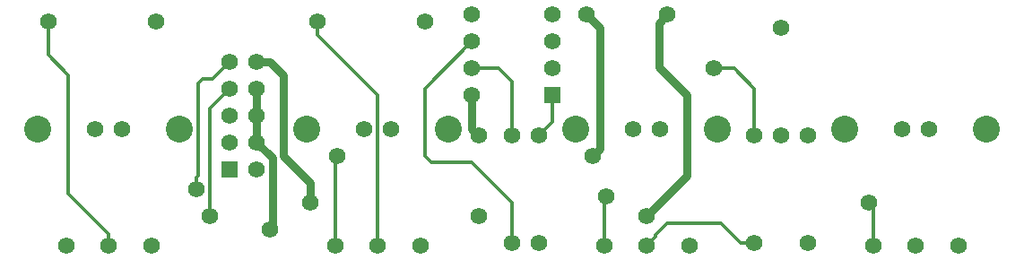
<source format=gbr>
G04 #@! TF.GenerationSoftware,KiCad,Pcbnew,(5.0.1)-3*
G04 #@! TF.CreationDate,2018-11-05T21:38:31-08:00*
G04 #@! TF.ProjectId,500-1138,3530302D313133382E6B696361645F70,rev?*
G04 #@! TF.SameCoordinates,Original*
G04 #@! TF.FileFunction,Copper,L2,Bot,Signal*
G04 #@! TF.FilePolarity,Positive*
%FSLAX46Y46*%
G04 Gerber Fmt 4.6, Leading zero omitted, Abs format (unit mm)*
G04 Created by KiCad (PCBNEW (5.0.1)-3) date 11/5/2018 9:38:31 PM*
%MOMM*%
%LPD*%
G01*
G04 APERTURE LIST*
G04 #@! TA.AperFunction,ComponentPad*
%ADD10C,1.574800*%
G04 #@! TD*
G04 #@! TA.AperFunction,ComponentPad*
%ADD11R,1.574800X1.574800*%
G04 #@! TD*
G04 #@! TA.AperFunction,ComponentPad*
%ADD12C,2.540000*%
G04 #@! TD*
G04 #@! TA.AperFunction,ViaPad*
%ADD13C,1.574800*%
G04 #@! TD*
G04 #@! TA.AperFunction,Conductor*
%ADD14C,0.762000*%
G04 #@! TD*
G04 #@! TA.AperFunction,Conductor*
%ADD15C,0.304800*%
G04 #@! TD*
G04 APERTURE END LIST*
D10*
G04 #@! TO.P,R11,2*
G04 #@! TO.N,Net-(P1-Pad2)*
X190500000Y-102235000D03*
G04 #@! TO.P,R11,1*
G04 #@! TO.N,Net-(R10-Pad2)*
X190500000Y-112395000D03*
G04 #@! TD*
G04 #@! TO.P,R7,1*
G04 #@! TO.N,Net-(R3-Pad2)*
X213360000Y-112395000D03*
G04 #@! TO.P,R7,2*
G04 #@! TO.N,Net-(R5-Pad2)*
X213360000Y-102235000D03*
G04 #@! TD*
G04 #@! TO.P,C1,1*
G04 #@! TO.N,/V+*
X187325000Y-102235000D03*
G04 #@! TO.P,C1,2*
G04 #@! TO.N,GND*
X187325000Y-109855000D03*
G04 #@! TD*
D11*
G04 #@! TO.P,P1,1*
G04 #@! TO.N,/V+*
X163830000Y-105410000D03*
D10*
G04 #@! TO.P,P1,2*
G04 #@! TO.N,Net-(P1-Pad2)*
X166370000Y-105410000D03*
G04 #@! TO.P,P1,3*
G04 #@! TO.N,Net-(P1-Pad3)*
X163830000Y-102870000D03*
G04 #@! TO.P,P1,4*
G04 #@! TO.N,GND*
X166370000Y-102870000D03*
G04 #@! TO.P,P1,5*
G04 #@! TO.N,Net-(P1-Pad5)*
X163830000Y-100330000D03*
G04 #@! TO.P,P1,6*
G04 #@! TO.N,GND*
X166370000Y-100330000D03*
G04 #@! TO.P,P1,7*
G04 #@! TO.N,Net-(P1-Pad7)*
X163830000Y-97790000D03*
G04 #@! TO.P,P1,8*
G04 #@! TO.N,GND*
X166370000Y-97790000D03*
G04 #@! TO.P,P1,9*
G04 #@! TO.N,Net-(P1-Pad9)*
X163830000Y-95250000D03*
G04 #@! TO.P,P1,10*
G04 #@! TO.N,/V-*
X166370000Y-95250000D03*
G04 #@! TD*
D12*
G04 #@! TO.P,R1,*
G04 #@! TO.N,*
X145700000Y-101600000D03*
X159100000Y-101600000D03*
D10*
G04 #@! TO.P,R1,4*
G04 #@! TO.N,N/C*
X151130000Y-101600000D03*
G04 #@! TO.P,R1,5*
X153670000Y-101600000D03*
G04 #@! TO.P,R1,2*
G04 #@! TO.N,Net-(R1-Pad2)*
X152400000Y-112600000D03*
G04 #@! TO.P,R1,3*
G04 #@! TO.N,GND*
X156400000Y-112600000D03*
G04 #@! TO.P,R1,1*
G04 #@! TO.N,Net-(P1-Pad3)*
X148400000Y-112600000D03*
G04 #@! TD*
G04 #@! TO.P,R2,1*
G04 #@! TO.N,Net-(P1-Pad5)*
X173800000Y-112600000D03*
G04 #@! TO.P,R2,3*
G04 #@! TO.N,GND*
X181800000Y-112600000D03*
G04 #@! TO.P,R2,2*
G04 #@! TO.N,Net-(R2-Pad2)*
X177800000Y-112600000D03*
G04 #@! TO.P,R2,5*
G04 #@! TO.N,N/C*
X179070000Y-101600000D03*
G04 #@! TO.P,R2,4*
X176530000Y-101600000D03*
D12*
G04 #@! TO.P,R2,*
G04 #@! TO.N,*
X184500000Y-101600000D03*
X171100000Y-101600000D03*
G04 #@! TD*
G04 #@! TO.P,R3,*
G04 #@! TO.N,*
X196500000Y-101600000D03*
X209900000Y-101600000D03*
D10*
G04 #@! TO.P,R3,4*
G04 #@! TO.N,N/C*
X201930000Y-101600000D03*
G04 #@! TO.P,R3,5*
X204470000Y-101600000D03*
G04 #@! TO.P,R3,2*
G04 #@! TO.N,Net-(R3-Pad2)*
X203200000Y-112600000D03*
G04 #@! TO.P,R3,3*
G04 #@! TO.N,GND*
X207200000Y-112600000D03*
G04 #@! TO.P,R3,1*
G04 #@! TO.N,Net-(P1-Pad7)*
X199200000Y-112600000D03*
G04 #@! TD*
G04 #@! TO.P,R4,1*
G04 #@! TO.N,Net-(P1-Pad9)*
X224600000Y-112600000D03*
G04 #@! TO.P,R4,3*
G04 #@! TO.N,GND*
X232600000Y-112600000D03*
G04 #@! TO.P,R4,2*
G04 #@! TO.N,Net-(R4-Pad2)*
X228600000Y-112600000D03*
G04 #@! TO.P,R4,5*
G04 #@! TO.N,N/C*
X229870000Y-101600000D03*
G04 #@! TO.P,R4,4*
X227330000Y-101600000D03*
D12*
G04 #@! TO.P,R4,*
G04 #@! TO.N,*
X235300000Y-101600000D03*
X221900000Y-101600000D03*
G04 #@! TD*
D10*
G04 #@! TO.P,R5,1*
G04 #@! TO.N,Net-(R1-Pad2)*
X146685000Y-91440000D03*
G04 #@! TO.P,R5,2*
G04 #@! TO.N,Net-(R5-Pad2)*
X156845000Y-91440000D03*
G04 #@! TD*
G04 #@! TO.P,R6,2*
G04 #@! TO.N,Net-(R5-Pad2)*
X182245000Y-91440000D03*
G04 #@! TO.P,R6,1*
G04 #@! TO.N,Net-(R2-Pad2)*
X172085000Y-91440000D03*
G04 #@! TD*
G04 #@! TO.P,R8,2*
G04 #@! TO.N,Net-(R5-Pad2)*
X218440000Y-102235000D03*
G04 #@! TO.P,R8,1*
G04 #@! TO.N,Net-(R4-Pad2)*
X218440000Y-112395000D03*
G04 #@! TD*
G04 #@! TO.P,R9,1*
G04 #@! TO.N,Net-(R5-Pad2)*
X215900000Y-102235000D03*
G04 #@! TO.P,R9,2*
G04 #@! TO.N,Net-(R10-Pad1)*
X215900000Y-92075000D03*
G04 #@! TD*
G04 #@! TO.P,R10,1*
G04 #@! TO.N,Net-(R10-Pad1)*
X193040000Y-102235000D03*
G04 #@! TO.P,R10,2*
G04 #@! TO.N,Net-(R10-Pad2)*
X193040000Y-112395000D03*
G04 #@! TD*
D11*
G04 #@! TO.P,U1,1*
G04 #@! TO.N,Net-(R10-Pad1)*
X194310000Y-98425000D03*
D10*
G04 #@! TO.P,U1,2*
G04 #@! TO.N,Net-(R5-Pad2)*
X194310000Y-95885000D03*
G04 #@! TO.P,U1,3*
G04 #@! TO.N,GND*
X194310000Y-93345000D03*
G04 #@! TO.P,U1,4*
G04 #@! TO.N,/V-*
X194310000Y-90805000D03*
G04 #@! TO.P,U1,5*
G04 #@! TO.N,GND*
X186690000Y-90805000D03*
G04 #@! TO.P,U1,6*
G04 #@! TO.N,Net-(R10-Pad2)*
X186690000Y-93345000D03*
G04 #@! TO.P,U1,7*
G04 #@! TO.N,Net-(P1-Pad2)*
X186690000Y-95885000D03*
G04 #@! TO.P,U1,8*
G04 #@! TO.N,/V+*
X186690000Y-98425000D03*
G04 #@! TD*
G04 #@! TO.P,C2,1*
G04 #@! TO.N,/V-*
X197485000Y-90805000D03*
G04 #@! TO.P,C2,2*
G04 #@! TO.N,GND*
X205105000Y-90805000D03*
G04 #@! TD*
D13*
G04 #@! TO.N,GND*
X167640000Y-111125000D03*
X203200000Y-109855000D03*
G04 #@! TO.N,Net-(P1-Pad5)*
X173990000Y-104140000D03*
G04 #@! TO.N,Net-(P1-Pad7)*
X199390000Y-107950000D03*
X161925000Y-109855000D03*
G04 #@! TO.N,Net-(P1-Pad9)*
X224155000Y-108585000D03*
X160655000Y-107315000D03*
G04 #@! TO.N,Net-(R5-Pad2)*
X209550000Y-95885000D03*
G04 #@! TO.N,/V-*
X171450000Y-108585000D03*
X198120000Y-104140000D03*
G04 #@! TD*
D14*
G04 #@! TO.N,GND*
X166370000Y-97790000D02*
X166370000Y-100330000D01*
X166370000Y-100330000D02*
X166370000Y-102870000D01*
X167843201Y-110921799D02*
X167640000Y-111125000D01*
X167843201Y-104343201D02*
X167843201Y-110921799D01*
X166370000Y-102870000D02*
X167843201Y-104343201D01*
X204317601Y-91592399D02*
X204317601Y-95732601D01*
X205105000Y-90805000D02*
X204317601Y-91592399D01*
X204317601Y-95732601D02*
X207010000Y-98425000D01*
X207010000Y-106045000D02*
X203200000Y-109855000D01*
X207010000Y-98425000D02*
X207010000Y-106045000D01*
D15*
G04 #@! TO.N,Net-(P1-Pad2)*
X189230000Y-95885000D02*
X186690000Y-95885000D01*
X190500000Y-102235000D02*
X190500000Y-97155000D01*
X190500000Y-97155000D02*
X189230000Y-95885000D01*
G04 #@! TO.N,Net-(P1-Pad5)*
X173800000Y-112600000D02*
X173800000Y-104330000D01*
X173800000Y-104330000D02*
X173990000Y-104140000D01*
G04 #@! TO.N,Net-(P1-Pad7)*
X199200000Y-112600000D02*
X199200000Y-108140000D01*
X199200000Y-108140000D02*
X199390000Y-107950000D01*
X161925000Y-99695000D02*
X163830000Y-97790000D01*
X161925000Y-109855000D02*
X161925000Y-99695000D01*
G04 #@! TO.N,Net-(P1-Pad9)*
X224600000Y-112600000D02*
X224600000Y-109030000D01*
X224600000Y-109030000D02*
X224155000Y-108585000D01*
X162215598Y-96864402D02*
X163830000Y-95250000D01*
X161290000Y-96864402D02*
X162215598Y-96864402D01*
X160827201Y-97327201D02*
X161290000Y-96864402D01*
X160827201Y-106029248D02*
X160827201Y-97327201D01*
X160655000Y-107315000D02*
X160655000Y-106201449D01*
X160655000Y-106201449D02*
X160827201Y-106029248D01*
G04 #@! TO.N,Net-(R1-Pad2)*
X152400000Y-111486449D02*
X148590000Y-107676449D01*
X152400000Y-112600000D02*
X152400000Y-111486449D01*
X148590000Y-107676449D02*
X148590000Y-96520000D01*
X148590000Y-96520000D02*
X146685000Y-94615000D01*
X146685000Y-94615000D02*
X146685000Y-91440000D01*
G04 #@! TO.N,Net-(R2-Pad2)*
X177800000Y-112600000D02*
X177800000Y-98425000D01*
X172085000Y-92710000D02*
X172085000Y-91440000D01*
X177800000Y-98425000D02*
X172085000Y-92710000D01*
G04 #@! TO.N,Net-(R3-Pad2)*
X203987399Y-111812601D02*
X203987399Y-111607601D01*
X203200000Y-112600000D02*
X203987399Y-111812601D01*
X203987399Y-111607601D02*
X205105000Y-110490000D01*
X205105000Y-110490000D02*
X210185000Y-110490000D01*
X212090000Y-112395000D02*
X213360000Y-112395000D01*
X210185000Y-110490000D02*
X212090000Y-112395000D01*
G04 #@! TO.N,Net-(R5-Pad2)*
X213360000Y-97790000D02*
X213360000Y-102235000D01*
X209550000Y-95885000D02*
X211455000Y-95885000D01*
X211455000Y-95885000D02*
X213360000Y-97790000D01*
G04 #@! TO.N,Net-(R10-Pad1)*
X194310000Y-100965000D02*
X194310000Y-98425000D01*
X193040000Y-102235000D02*
X194310000Y-100965000D01*
G04 #@! TO.N,Net-(R10-Pad2)*
X190500000Y-112395000D02*
X190500000Y-108585000D01*
X190500000Y-108585000D02*
X186690000Y-104775000D01*
X186690000Y-104775000D02*
X182880000Y-104775000D01*
X182880000Y-104775000D02*
X182245000Y-104140000D01*
X182245000Y-97790000D02*
X186690000Y-93345000D01*
X182245000Y-104140000D02*
X182245000Y-97790000D01*
D14*
G04 #@! TO.N,/V+*
X186690000Y-101600000D02*
X187325000Y-102235000D01*
X186690000Y-98425000D02*
X186690000Y-101600000D01*
G04 #@! TO.N,/V-*
X166370000Y-95250000D02*
X167640000Y-95250000D01*
X167640000Y-95250000D02*
X168910000Y-96520000D01*
X168910000Y-96520000D02*
X168910000Y-104140000D01*
X171450000Y-106680000D02*
X171450000Y-108585000D01*
X168910000Y-104140000D02*
X171450000Y-106680000D01*
X198120000Y-104140000D02*
X198755000Y-103505000D01*
X198755000Y-92075000D02*
X197485000Y-90805000D01*
X198755000Y-103505000D02*
X198755000Y-92075000D01*
G04 #@! TD*
M02*

</source>
